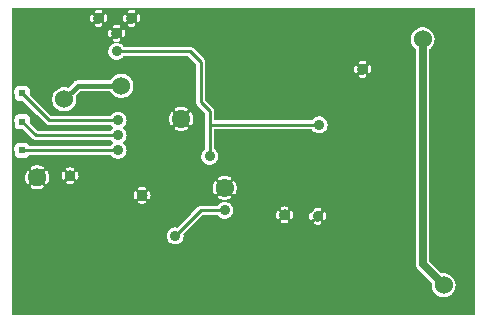
<source format=gbr>
G04 start of page 3 for group 1 idx 2 *
G04 Title: (unknown), bottom *
G04 Creator: pcb 20110918 *
G04 CreationDate: mar 22 dic 2015 20:03:52 GMT UTC *
G04 For: paolo *
G04 Format: Gerber/RS-274X *
G04 PCB-Dimensions: 155000 102500 *
G04 PCB-Coordinate-Origin: lower left *
%MOIN*%
%FSLAX25Y25*%
%LNBOTTOM*%
%ADD177C,0.0350*%
%ADD176C,0.0200*%
%ADD175C,0.0600*%
%ADD174C,0.0360*%
%ADD173R,0.0200X0.0200*%
%ADD172C,0.0160*%
%ADD171C,0.0250*%
%ADD170C,0.0100*%
%ADD169C,0.0001*%
G54D169*G36*
X140494Y102500D02*X154500D01*
Y0D01*
X140494D01*
Y8066D01*
X140754Y7642D01*
X141163Y7163D01*
X141642Y6754D01*
X142178Y6425D01*
X142760Y6184D01*
X143372Y6037D01*
X144000Y5988D01*
X144628Y6037D01*
X145240Y6184D01*
X145822Y6425D01*
X146358Y6754D01*
X146837Y7163D01*
X147246Y7642D01*
X147575Y8178D01*
X147816Y8760D01*
X147963Y9372D01*
X148000Y10000D01*
X147963Y10628D01*
X147816Y11240D01*
X147575Y11822D01*
X147246Y12358D01*
X146837Y12837D01*
X146358Y13246D01*
X145822Y13575D01*
X145240Y13816D01*
X144628Y13963D01*
X144000Y14012D01*
X143372Y13963D01*
X143249Y13933D01*
X140494Y16688D01*
Y90046D01*
X140575Y90178D01*
X140816Y90760D01*
X140963Y91372D01*
X141000Y92000D01*
X140963Y92628D01*
X140816Y93240D01*
X140575Y93822D01*
X140494Y93954D01*
Y102500D01*
G37*
G36*
Y16688D02*X139250Y17932D01*
Y88688D01*
X139358Y88754D01*
X139837Y89163D01*
X140246Y89642D01*
X140494Y90046D01*
Y16688D01*
G37*
G36*
X119230Y102500D02*X140494D01*
Y93954D01*
X140246Y94358D01*
X139837Y94837D01*
X139358Y95246D01*
X138822Y95575D01*
X138240Y95816D01*
X137628Y95963D01*
X137000Y96012D01*
X136372Y95963D01*
X135760Y95816D01*
X135178Y95575D01*
X134642Y95246D01*
X134163Y94837D01*
X133754Y94358D01*
X133425Y93822D01*
X133184Y93240D01*
X133037Y92628D01*
X132988Y92000D01*
X133037Y91372D01*
X133184Y90760D01*
X133425Y90178D01*
X133754Y89642D01*
X134163Y89163D01*
X134642Y88754D01*
X134750Y88688D01*
Y17088D01*
X134743Y17000D01*
X134771Y16647D01*
Y16647D01*
X134854Y16303D01*
X134989Y15975D01*
X135059Y15861D01*
X135174Y15673D01*
X135174Y15673D01*
X135404Y15404D01*
X135471Y15347D01*
X140067Y10751D01*
X140037Y10628D01*
X139988Y10000D01*
X140037Y9372D01*
X140184Y8760D01*
X140425Y8178D01*
X140494Y8066D01*
Y0D01*
X119230D01*
Y80714D01*
X119298Y80728D01*
X119371Y80755D01*
X119440Y80794D01*
X119502Y80843D01*
X119555Y80901D01*
X119598Y80966D01*
X119630Y81038D01*
X119706Y81271D01*
X119760Y81511D01*
X119792Y81755D01*
X119803Y82000D01*
X119792Y82245D01*
X119760Y82489D01*
X119706Y82729D01*
X119632Y82963D01*
X119600Y83035D01*
X119556Y83100D01*
X119503Y83159D01*
X119441Y83208D01*
X119372Y83246D01*
X119298Y83274D01*
X119230Y83288D01*
Y102500D01*
G37*
G36*
X117001D02*X119230D01*
Y83288D01*
X119221Y83290D01*
X119142Y83293D01*
X119063Y83284D01*
X118987Y83263D01*
X118915Y83230D01*
X118850Y83186D01*
X118791Y83133D01*
X118742Y83071D01*
X118704Y83002D01*
X118676Y82928D01*
X118660Y82851D01*
X118657Y82772D01*
X118666Y82693D01*
X118689Y82618D01*
X118738Y82468D01*
X118772Y82314D01*
X118793Y82158D01*
X118800Y82000D01*
X118793Y81842D01*
X118772Y81686D01*
X118738Y81532D01*
X118690Y81382D01*
X118668Y81306D01*
X118659Y81228D01*
X118662Y81150D01*
X118678Y81073D01*
X118705Y80999D01*
X118744Y80930D01*
X118793Y80869D01*
X118851Y80815D01*
X118916Y80772D01*
X118988Y80739D01*
X119064Y80718D01*
X119142Y80709D01*
X119220Y80712D01*
X119230Y80714D01*
Y0D01*
X117001D01*
Y79197D01*
X117245Y79208D01*
X117489Y79240D01*
X117729Y79294D01*
X117963Y79368D01*
X118035Y79400D01*
X118100Y79444D01*
X118159Y79497D01*
X118208Y79559D01*
X118246Y79628D01*
X118274Y79702D01*
X118290Y79779D01*
X118293Y79858D01*
X118284Y79937D01*
X118263Y80013D01*
X118230Y80085D01*
X118186Y80150D01*
X118133Y80209D01*
X118071Y80258D01*
X118002Y80296D01*
X117928Y80324D01*
X117851Y80340D01*
X117772Y80343D01*
X117693Y80334D01*
X117618Y80311D01*
X117468Y80262D01*
X117314Y80228D01*
X117158Y80207D01*
X117001Y80200D01*
Y83800D01*
X117158Y83793D01*
X117314Y83772D01*
X117468Y83738D01*
X117618Y83690D01*
X117694Y83668D01*
X117772Y83659D01*
X117850Y83662D01*
X117927Y83678D01*
X118001Y83705D01*
X118070Y83744D01*
X118131Y83793D01*
X118185Y83851D01*
X118228Y83916D01*
X118261Y83988D01*
X118282Y84064D01*
X118291Y84142D01*
X118288Y84220D01*
X118272Y84298D01*
X118245Y84371D01*
X118206Y84440D01*
X118157Y84502D01*
X118099Y84555D01*
X118034Y84598D01*
X117962Y84630D01*
X117729Y84706D01*
X117489Y84760D01*
X117245Y84792D01*
X117001Y84803D01*
Y102500D01*
G37*
G36*
X114770D02*X117001D01*
Y84803D01*
X117000Y84803D01*
X116755Y84792D01*
X116511Y84760D01*
X116271Y84706D01*
X116037Y84632D01*
X115965Y84600D01*
X115900Y84556D01*
X115841Y84503D01*
X115792Y84441D01*
X115754Y84372D01*
X115726Y84298D01*
X115710Y84221D01*
X115707Y84142D01*
X115716Y84063D01*
X115737Y83987D01*
X115770Y83915D01*
X115814Y83850D01*
X115867Y83791D01*
X115929Y83742D01*
X115998Y83704D01*
X116072Y83676D01*
X116149Y83660D01*
X116228Y83657D01*
X116307Y83666D01*
X116382Y83689D01*
X116532Y83738D01*
X116686Y83772D01*
X116842Y83793D01*
X117000Y83800D01*
X117001Y83800D01*
Y80200D01*
X117000Y80200D01*
X116842Y80207D01*
X116686Y80228D01*
X116532Y80262D01*
X116382Y80310D01*
X116306Y80332D01*
X116228Y80341D01*
X116150Y80338D01*
X116073Y80322D01*
X115999Y80295D01*
X115930Y80256D01*
X115869Y80207D01*
X115815Y80149D01*
X115772Y80084D01*
X115739Y80012D01*
X115718Y79936D01*
X115709Y79858D01*
X115712Y79780D01*
X115728Y79702D01*
X115755Y79629D01*
X115794Y79560D01*
X115843Y79498D01*
X115901Y79445D01*
X115966Y79402D01*
X116038Y79370D01*
X116271Y79294D01*
X116511Y79240D01*
X116755Y79208D01*
X117000Y79197D01*
X117001Y79197D01*
Y0D01*
X114770D01*
Y80712D01*
X114779Y80710D01*
X114858Y80707D01*
X114937Y80716D01*
X115013Y80737D01*
X115085Y80770D01*
X115150Y80814D01*
X115209Y80867D01*
X115258Y80929D01*
X115296Y80998D01*
X115324Y81072D01*
X115340Y81149D01*
X115343Y81228D01*
X115334Y81307D01*
X115311Y81382D01*
X115262Y81532D01*
X115228Y81686D01*
X115207Y81842D01*
X115200Y82000D01*
X115207Y82158D01*
X115228Y82314D01*
X115262Y82468D01*
X115310Y82618D01*
X115332Y82694D01*
X115341Y82772D01*
X115338Y82850D01*
X115322Y82927D01*
X115295Y83001D01*
X115256Y83070D01*
X115207Y83131D01*
X115149Y83185D01*
X115084Y83228D01*
X115012Y83261D01*
X114936Y83282D01*
X114858Y83291D01*
X114780Y83288D01*
X114770Y83286D01*
Y102500D01*
G37*
G36*
X104230D02*X114770D01*
Y83286D01*
X114702Y83272D01*
X114629Y83245D01*
X114560Y83206D01*
X114498Y83157D01*
X114445Y83099D01*
X114402Y83034D01*
X114370Y82962D01*
X114294Y82729D01*
X114240Y82489D01*
X114208Y82245D01*
X114197Y82000D01*
X114208Y81755D01*
X114240Y81511D01*
X114294Y81271D01*
X114368Y81037D01*
X114400Y80965D01*
X114444Y80900D01*
X114497Y80841D01*
X114559Y80792D01*
X114628Y80754D01*
X114702Y80726D01*
X114770Y80712D01*
Y0D01*
X104230D01*
Y31714D01*
X104298Y31728D01*
X104371Y31755D01*
X104440Y31794D01*
X104502Y31843D01*
X104555Y31901D01*
X104598Y31966D01*
X104630Y32038D01*
X104706Y32271D01*
X104760Y32511D01*
X104792Y32755D01*
X104803Y33000D01*
X104792Y33245D01*
X104760Y33489D01*
X104706Y33729D01*
X104632Y33963D01*
X104600Y34035D01*
X104556Y34100D01*
X104503Y34159D01*
X104441Y34208D01*
X104372Y34246D01*
X104298Y34274D01*
X104230Y34288D01*
Y61295D01*
X104486Y61514D01*
X104772Y61849D01*
X105003Y62225D01*
X105171Y62632D01*
X105274Y63061D01*
X105300Y63500D01*
X105274Y63939D01*
X105171Y64368D01*
X105003Y64775D01*
X104772Y65151D01*
X104486Y65486D01*
X104230Y65705D01*
Y102500D01*
G37*
G36*
X101351Y0D02*Y30276D01*
X101511Y30240D01*
X101755Y30208D01*
X102000Y30197D01*
X102245Y30208D01*
X102489Y30240D01*
X102729Y30294D01*
X102963Y30368D01*
X103035Y30400D01*
X103100Y30444D01*
X103159Y30497D01*
X103208Y30559D01*
X103246Y30628D01*
X103274Y30702D01*
X103290Y30779D01*
X103293Y30858D01*
X103284Y30937D01*
X103263Y31013D01*
X103230Y31085D01*
X103186Y31150D01*
X103133Y31209D01*
X103071Y31258D01*
X103002Y31296D01*
X102928Y31324D01*
X102851Y31340D01*
X102772Y31343D01*
X102693Y31334D01*
X102618Y31311D01*
X102468Y31262D01*
X102314Y31228D01*
X102158Y31207D01*
X102000Y31200D01*
X101842Y31207D01*
X101686Y31228D01*
X101532Y31262D01*
X101382Y31310D01*
X101351Y31319D01*
Y31645D01*
X101535Y31569D01*
X101765Y31514D01*
X102000Y31495D01*
X102235Y31514D01*
X102465Y31569D01*
X102683Y31659D01*
X102884Y31783D01*
X103064Y31936D01*
X103217Y32116D01*
X103341Y32317D01*
X103431Y32535D01*
X103486Y32765D01*
X103505Y33000D01*
X103486Y33235D01*
X103431Y33465D01*
X103341Y33683D01*
X103217Y33884D01*
X103061Y34061D01*
X102561Y34561D01*
X102384Y34717D01*
X102289Y34776D01*
X102314Y34772D01*
X102468Y34738D01*
X102618Y34690D01*
X102694Y34668D01*
X102772Y34659D01*
X102850Y34662D01*
X102927Y34678D01*
X103001Y34705D01*
X103070Y34744D01*
X103131Y34793D01*
X103185Y34851D01*
X103228Y34916D01*
X103261Y34988D01*
X103282Y35064D01*
X103291Y35142D01*
X103288Y35220D01*
X103272Y35298D01*
X103245Y35371D01*
X103206Y35440D01*
X103157Y35502D01*
X103099Y35555D01*
X103034Y35598D01*
X102962Y35630D01*
X102729Y35706D01*
X102489Y35760D01*
X102245Y35792D01*
X102000Y35803D01*
X101755Y35792D01*
X101511Y35760D01*
X101351Y35724D01*
Y60945D01*
X101632Y60829D01*
X102061Y60726D01*
X102500Y60691D01*
X102939Y60726D01*
X103368Y60829D01*
X103775Y60997D01*
X104151Y61228D01*
X104230Y61295D01*
Y34288D01*
X104221Y34290D01*
X104142Y34293D01*
X104063Y34284D01*
X103987Y34263D01*
X103915Y34230D01*
X103850Y34186D01*
X103791Y34133D01*
X103742Y34071D01*
X103704Y34002D01*
X103676Y33928D01*
X103660Y33851D01*
X103657Y33772D01*
X103666Y33693D01*
X103689Y33618D01*
X103738Y33468D01*
X103772Y33314D01*
X103793Y33158D01*
X103800Y33000D01*
X103793Y32842D01*
X103772Y32686D01*
X103738Y32532D01*
X103690Y32382D01*
X103668Y32306D01*
X103659Y32228D01*
X103662Y32150D01*
X103678Y32073D01*
X103705Y31999D01*
X103744Y31930D01*
X103793Y31869D01*
X103851Y31815D01*
X103916Y31772D01*
X103988Y31739D01*
X104064Y31718D01*
X104142Y31709D01*
X104220Y31712D01*
X104230Y31714D01*
Y0D01*
X101351D01*
G37*
G36*
Y102500D02*X104230D01*
Y65705D01*
X104151Y65772D01*
X103775Y66003D01*
X103368Y66171D01*
X102939Y66274D01*
X102500Y66309D01*
X102061Y66274D01*
X101632Y66171D01*
X101351Y66055D01*
Y102500D01*
G37*
G36*
X93230Y0D02*Y32214D01*
X93298Y32228D01*
X93371Y32255D01*
X93440Y32294D01*
X93502Y32343D01*
X93555Y32401D01*
X93598Y32466D01*
X93630Y32538D01*
X93706Y32771D01*
X93760Y33011D01*
X93792Y33255D01*
X93803Y33500D01*
X93792Y33745D01*
X93760Y33989D01*
X93706Y34229D01*
X93632Y34463D01*
X93600Y34535D01*
X93556Y34600D01*
X93503Y34659D01*
X93441Y34708D01*
X93372Y34746D01*
X93298Y34774D01*
X93230Y34788D01*
Y62000D01*
X100135D01*
X100228Y61849D01*
X100514Y61514D01*
X100849Y61228D01*
X101225Y60997D01*
X101351Y60945D01*
Y35724D01*
X101271Y35706D01*
X101037Y35632D01*
X100965Y35600D01*
X100900Y35556D01*
X100841Y35503D01*
X100792Y35441D01*
X100754Y35372D01*
X100726Y35298D01*
X100710Y35221D01*
X100707Y35142D01*
X100716Y35063D01*
X100737Y34987D01*
X100770Y34915D01*
X100814Y34850D01*
X100821Y34842D01*
X100817Y34841D01*
X100616Y34717D01*
X100436Y34564D01*
X100283Y34384D01*
X100159Y34183D01*
X100157Y34178D01*
X100149Y34185D01*
X100084Y34228D01*
X100012Y34261D01*
X99936Y34282D01*
X99858Y34291D01*
X99780Y34288D01*
X99702Y34272D01*
X99629Y34245D01*
X99560Y34206D01*
X99498Y34157D01*
X99445Y34099D01*
X99402Y34034D01*
X99370Y33962D01*
X99294Y33729D01*
X99240Y33489D01*
X99208Y33245D01*
X99197Y33000D01*
X99208Y32755D01*
X99240Y32511D01*
X99294Y32271D01*
X99368Y32037D01*
X99400Y31965D01*
X99444Y31900D01*
X99497Y31841D01*
X99559Y31792D01*
X99628Y31754D01*
X99702Y31726D01*
X99779Y31710D01*
X99858Y31707D01*
X99937Y31716D01*
X100013Y31737D01*
X100085Y31770D01*
X100150Y31814D01*
X100209Y31867D01*
X100258Y31929D01*
X100296Y31998D01*
X100324Y32072D01*
X100340Y32149D01*
X100343Y32228D01*
X100334Y32307D01*
X100311Y32382D01*
X100262Y32532D01*
X100228Y32686D01*
X100224Y32711D01*
X100283Y32616D01*
X100439Y32439D01*
X100939Y31939D01*
X101116Y31783D01*
X101317Y31659D01*
X101351Y31645D01*
Y31319D01*
X101306Y31332D01*
X101228Y31341D01*
X101150Y31338D01*
X101073Y31322D01*
X100999Y31295D01*
X100930Y31256D01*
X100869Y31207D01*
X100815Y31149D01*
X100772Y31084D01*
X100739Y31012D01*
X100718Y30936D01*
X100709Y30858D01*
X100712Y30780D01*
X100728Y30702D01*
X100755Y30629D01*
X100794Y30560D01*
X100843Y30498D01*
X100901Y30445D01*
X100966Y30402D01*
X101038Y30370D01*
X101271Y30294D01*
X101351Y30276D01*
Y0D01*
X93230D01*
G37*
G36*
X91001D02*Y30697D01*
X91245Y30708D01*
X91489Y30740D01*
X91729Y30794D01*
X91963Y30868D01*
X92035Y30900D01*
X92100Y30944D01*
X92159Y30997D01*
X92208Y31059D01*
X92246Y31128D01*
X92274Y31202D01*
X92290Y31279D01*
X92293Y31358D01*
X92284Y31437D01*
X92263Y31513D01*
X92230Y31585D01*
X92186Y31650D01*
X92133Y31709D01*
X92071Y31758D01*
X92002Y31796D01*
X91928Y31824D01*
X91851Y31840D01*
X91772Y31843D01*
X91693Y31834D01*
X91618Y31811D01*
X91468Y31762D01*
X91314Y31728D01*
X91158Y31707D01*
X91001Y31700D01*
Y35300D01*
X91158Y35293D01*
X91314Y35272D01*
X91468Y35238D01*
X91618Y35190D01*
X91694Y35168D01*
X91772Y35159D01*
X91850Y35162D01*
X91927Y35178D01*
X92001Y35205D01*
X92070Y35244D01*
X92131Y35293D01*
X92185Y35351D01*
X92228Y35416D01*
X92261Y35488D01*
X92282Y35564D01*
X92291Y35642D01*
X92288Y35720D01*
X92272Y35798D01*
X92245Y35871D01*
X92206Y35940D01*
X92157Y36002D01*
X92099Y36055D01*
X92034Y36098D01*
X91962Y36130D01*
X91729Y36206D01*
X91489Y36260D01*
X91245Y36292D01*
X91001Y36303D01*
Y62000D01*
X93230D01*
Y34788D01*
X93221Y34790D01*
X93142Y34793D01*
X93063Y34784D01*
X92987Y34763D01*
X92915Y34730D01*
X92850Y34686D01*
X92791Y34633D01*
X92742Y34571D01*
X92704Y34502D01*
X92676Y34428D01*
X92660Y34351D01*
X92657Y34272D01*
X92666Y34193D01*
X92689Y34118D01*
X92738Y33968D01*
X92772Y33814D01*
X92793Y33658D01*
X92800Y33500D01*
X92793Y33342D01*
X92772Y33186D01*
X92738Y33032D01*
X92690Y32882D01*
X92668Y32806D01*
X92659Y32728D01*
X92662Y32650D01*
X92678Y32573D01*
X92705Y32499D01*
X92744Y32430D01*
X92793Y32369D01*
X92851Y32315D01*
X92916Y32272D01*
X92988Y32239D01*
X93064Y32218D01*
X93142Y32209D01*
X93220Y32212D01*
X93230Y32214D01*
Y0D01*
X91001D01*
G37*
G36*
X88770D02*Y32212D01*
X88779Y32210D01*
X88858Y32207D01*
X88937Y32216D01*
X89013Y32237D01*
X89085Y32270D01*
X89150Y32314D01*
X89209Y32367D01*
X89258Y32429D01*
X89296Y32498D01*
X89324Y32572D01*
X89340Y32649D01*
X89343Y32728D01*
X89334Y32807D01*
X89311Y32882D01*
X89262Y33032D01*
X89228Y33186D01*
X89207Y33342D01*
X89200Y33500D01*
X89207Y33658D01*
X89228Y33814D01*
X89262Y33968D01*
X89310Y34118D01*
X89332Y34194D01*
X89341Y34272D01*
X89338Y34350D01*
X89322Y34427D01*
X89295Y34501D01*
X89256Y34570D01*
X89207Y34631D01*
X89149Y34685D01*
X89084Y34728D01*
X89012Y34761D01*
X88936Y34782D01*
X88858Y34791D01*
X88780Y34788D01*
X88770Y34786D01*
Y62000D01*
X91001D01*
Y36303D01*
X91000Y36303D01*
X90755Y36292D01*
X90511Y36260D01*
X90271Y36206D01*
X90037Y36132D01*
X89965Y36100D01*
X89900Y36056D01*
X89841Y36003D01*
X89792Y35941D01*
X89754Y35872D01*
X89726Y35798D01*
X89710Y35721D01*
X89707Y35642D01*
X89716Y35563D01*
X89737Y35487D01*
X89770Y35415D01*
X89814Y35350D01*
X89867Y35291D01*
X89929Y35242D01*
X89998Y35204D01*
X90072Y35176D01*
X90149Y35160D01*
X90228Y35157D01*
X90307Y35166D01*
X90382Y35189D01*
X90532Y35238D01*
X90686Y35272D01*
X90842Y35293D01*
X91000Y35300D01*
X91001Y35300D01*
Y31700D01*
X91000Y31700D01*
X90842Y31707D01*
X90686Y31728D01*
X90532Y31762D01*
X90382Y31810D01*
X90306Y31832D01*
X90228Y31841D01*
X90150Y31838D01*
X90073Y31822D01*
X89999Y31795D01*
X89930Y31756D01*
X89869Y31707D01*
X89815Y31649D01*
X89772Y31584D01*
X89739Y31512D01*
X89718Y31436D01*
X89709Y31358D01*
X89712Y31280D01*
X89728Y31202D01*
X89755Y31129D01*
X89794Y31060D01*
X89843Y30998D01*
X89901Y30945D01*
X89966Y30902D01*
X90038Y30870D01*
X90271Y30794D01*
X90511Y30740D01*
X90755Y30708D01*
X91000Y30697D01*
X91001Y30697D01*
Y0D01*
X88770D01*
G37*
G36*
X74284D02*Y40369D01*
X74287Y40370D01*
X74355Y40409D01*
X74416Y40458D01*
X74469Y40517D01*
X74511Y40583D01*
X74674Y40908D01*
X74803Y41248D01*
X74901Y41598D01*
X74967Y41956D01*
X75000Y42318D01*
Y42682D01*
X74967Y43044D01*
X74901Y43402D01*
X74803Y43752D01*
X74674Y44092D01*
X74515Y44419D01*
X74472Y44485D01*
X74419Y44544D01*
X74357Y44594D01*
X74288Y44633D01*
X74284Y44635D01*
Y62000D01*
X88770D01*
Y34786D01*
X88702Y34772D01*
X88629Y34745D01*
X88560Y34706D01*
X88498Y34657D01*
X88445Y34599D01*
X88402Y34534D01*
X88370Y34462D01*
X88294Y34229D01*
X88240Y33989D01*
X88208Y33745D01*
X88197Y33500D01*
X88208Y33255D01*
X88240Y33011D01*
X88294Y32771D01*
X88368Y32537D01*
X88400Y32465D01*
X88444Y32400D01*
X88497Y32341D01*
X88559Y32292D01*
X88628Y32254D01*
X88702Y32226D01*
X88770Y32212D01*
Y0D01*
X74284D01*
G37*
G36*
X71002D02*Y32191D01*
X71439Y32226D01*
X71868Y32329D01*
X72275Y32497D01*
X72651Y32728D01*
X72986Y33014D01*
X73272Y33349D01*
X73503Y33725D01*
X73671Y34132D01*
X73774Y34561D01*
X73800Y35000D01*
X73774Y35439D01*
X73671Y35868D01*
X73503Y36275D01*
X73272Y36651D01*
X72986Y36986D01*
X72651Y37272D01*
X72275Y37503D01*
X71868Y37671D01*
X71439Y37774D01*
X71002Y37809D01*
Y38500D01*
X71182D01*
X71544Y38533D01*
X71902Y38599D01*
X72252Y38697D01*
X72592Y38826D01*
X72919Y38985D01*
X72985Y39028D01*
X73044Y39081D01*
X73094Y39143D01*
X73133Y39212D01*
X73161Y39286D01*
X73177Y39363D01*
X73181Y39442D01*
X73173Y39521D01*
X73152Y39597D01*
X73120Y39670D01*
X73077Y39736D01*
X73024Y39795D01*
X72962Y39844D01*
X72893Y39884D01*
X72819Y39912D01*
X72742Y39928D01*
X72663Y39932D01*
X72584Y39924D01*
X72507Y39903D01*
X72436Y39870D01*
X72193Y39747D01*
X71938Y39650D01*
X71676Y39577D01*
X71408Y39528D01*
X71136Y39503D01*
X71002D01*
Y45497D01*
X71136D01*
X71408Y45472D01*
X71676Y45423D01*
X71938Y45350D01*
X72193Y45253D01*
X72437Y45133D01*
X72509Y45100D01*
X72584Y45079D01*
X72663Y45071D01*
X72741Y45075D01*
X72818Y45091D01*
X72892Y45119D01*
X72960Y45158D01*
X73021Y45207D01*
X73074Y45266D01*
X73117Y45332D01*
X73149Y45404D01*
X73170Y45480D01*
X73178Y45558D01*
X73174Y45636D01*
X73158Y45713D01*
X73130Y45787D01*
X73091Y45855D01*
X73042Y45916D01*
X72983Y45969D01*
X72917Y46011D01*
X72592Y46174D01*
X72252Y46303D01*
X71902Y46401D01*
X71544Y46467D01*
X71182Y46500D01*
X71002D01*
Y62000D01*
X74284D01*
Y44635D01*
X74214Y44661D01*
X74137Y44677D01*
X74058Y44681D01*
X73979Y44673D01*
X73903Y44652D01*
X73830Y44620D01*
X73764Y44577D01*
X73705Y44524D01*
X73656Y44462D01*
X73616Y44393D01*
X73588Y44319D01*
X73572Y44242D01*
X73568Y44163D01*
X73576Y44084D01*
X73597Y44007D01*
X73630Y43936D01*
X73753Y43693D01*
X73850Y43438D01*
X73923Y43176D01*
X73972Y42908D01*
X73997Y42636D01*
Y42364D01*
X73972Y42092D01*
X73923Y41824D01*
X73850Y41562D01*
X73753Y41307D01*
X73633Y41063D01*
X73600Y40991D01*
X73579Y40916D01*
X73571Y40837D01*
X73575Y40759D01*
X73591Y40682D01*
X73619Y40608D01*
X73658Y40540D01*
X73707Y40479D01*
X73766Y40426D01*
X73832Y40383D01*
X73904Y40351D01*
X73980Y40330D01*
X74058Y40322D01*
X74136Y40326D01*
X74213Y40342D01*
X74284Y40369D01*
Y0D01*
X71002D01*
G37*
G36*
Y37809D02*X71000Y37809D01*
X70561Y37774D01*
X70132Y37671D01*
X69725Y37503D01*
X69349Y37272D01*
X69014Y36986D01*
X68746Y36672D01*
Y52442D01*
X68774Y52561D01*
X68800Y53000D01*
X68774Y53439D01*
X68746Y53558D01*
Y62000D01*
X71002D01*
Y46500D01*
X70818D01*
X70456Y46467D01*
X70098Y46401D01*
X69748Y46303D01*
X69408Y46174D01*
X69081Y46015D01*
X69015Y45972D01*
X68956Y45919D01*
X68906Y45857D01*
X68867Y45788D01*
X68839Y45714D01*
X68823Y45637D01*
X68819Y45558D01*
X68827Y45479D01*
X68848Y45403D01*
X68880Y45330D01*
X68923Y45264D01*
X68976Y45205D01*
X69038Y45156D01*
X69107Y45116D01*
X69181Y45088D01*
X69258Y45072D01*
X69337Y45068D01*
X69416Y45076D01*
X69493Y45097D01*
X69564Y45130D01*
X69807Y45253D01*
X70062Y45350D01*
X70324Y45423D01*
X70592Y45472D01*
X70864Y45497D01*
X71002D01*
Y39503D01*
X70864D01*
X70592Y39528D01*
X70324Y39577D01*
X70062Y39650D01*
X69807Y39747D01*
X69563Y39867D01*
X69491Y39900D01*
X69415Y39921D01*
X69337Y39929D01*
X69259Y39925D01*
X69182Y39909D01*
X69108Y39881D01*
X69040Y39842D01*
X68979Y39793D01*
X68926Y39734D01*
X68883Y39668D01*
X68851Y39596D01*
X68830Y39520D01*
X68822Y39442D01*
X68826Y39364D01*
X68842Y39287D01*
X68870Y39213D01*
X68909Y39145D01*
X68958Y39084D01*
X69017Y39031D01*
X69083Y38989D01*
X69408Y38826D01*
X69748Y38697D01*
X70098Y38599D01*
X70456Y38533D01*
X70818Y38500D01*
X71002D01*
Y37809D01*
G37*
G36*
X68746Y0D02*Y33328D01*
X69014Y33014D01*
X69349Y32728D01*
X69725Y32497D01*
X70132Y32329D01*
X70561Y32226D01*
X71000Y32191D01*
X71002Y32191D01*
Y0D01*
X68746D01*
G37*
G36*
Y102500D02*X101351D01*
Y66055D01*
X101225Y66003D01*
X100849Y65772D01*
X100514Y65486D01*
X100228Y65151D01*
X100135Y65000D01*
X68746D01*
Y102500D01*
G37*
G36*
Y53558D02*X68671Y53868D01*
X68503Y54275D01*
X68272Y54651D01*
X67986Y54986D01*
X67651Y55272D01*
X67500Y55365D01*
Y62000D01*
X68746D01*
Y53558D01*
G37*
G36*
X29001Y58500D02*X33135D01*
X33228Y58349D01*
X33514Y58014D01*
X33849Y57728D01*
X34221Y57500D01*
X33849Y57272D01*
X33514Y56986D01*
X33228Y56651D01*
X33135Y56500D01*
X29001D01*
Y58500D01*
G37*
G36*
Y63500D02*X33135D01*
X33228Y63349D01*
X33514Y63014D01*
X33849Y62728D01*
X34221Y62500D01*
X33849Y62272D01*
X33514Y61986D01*
X33228Y61651D01*
X33135Y61500D01*
X29001D01*
Y63500D01*
G37*
G36*
X56375Y24419D02*X56486Y24514D01*
X56772Y24849D01*
X57003Y25225D01*
X57171Y25632D01*
X57274Y26061D01*
X57300Y26500D01*
X57274Y26939D01*
X57233Y27111D01*
X63621Y33500D01*
X68635D01*
X68728Y33349D01*
X68746Y33328D01*
Y0D01*
X56375D01*
Y24419D01*
G37*
G36*
X67716Y50784D02*X67986Y51014D01*
X68272Y51349D01*
X68503Y51725D01*
X68671Y52132D01*
X68746Y52442D01*
Y36672D01*
X68728Y36651D01*
X68635Y36500D01*
X67716D01*
Y40365D01*
X67786Y40339D01*
X67863Y40323D01*
X67942Y40319D01*
X68021Y40327D01*
X68097Y40348D01*
X68170Y40380D01*
X68236Y40423D01*
X68295Y40476D01*
X68344Y40538D01*
X68384Y40607D01*
X68412Y40681D01*
X68428Y40758D01*
X68432Y40837D01*
X68424Y40916D01*
X68403Y40993D01*
X68370Y41064D01*
X68247Y41307D01*
X68150Y41562D01*
X68077Y41824D01*
X68028Y42092D01*
X68003Y42364D01*
Y42636D01*
X68028Y42908D01*
X68077Y43176D01*
X68150Y43438D01*
X68247Y43693D01*
X68367Y43937D01*
X68400Y44009D01*
X68421Y44085D01*
X68429Y44163D01*
X68425Y44241D01*
X68409Y44318D01*
X68381Y44392D01*
X68342Y44460D01*
X68293Y44521D01*
X68234Y44574D01*
X68168Y44617D01*
X68096Y44649D01*
X68020Y44670D01*
X67942Y44678D01*
X67864Y44674D01*
X67787Y44658D01*
X67716Y44631D01*
Y50784D01*
G37*
G36*
X59784Y85595D02*X61500Y83879D01*
Y71059D01*
X61495Y71000D01*
X61514Y70765D01*
X61569Y70535D01*
X61659Y70317D01*
X61783Y70116D01*
X61783Y70115D01*
X61936Y69936D01*
X61981Y69898D01*
X64500Y67379D01*
Y64059D01*
X64495Y64000D01*
X64500Y63941D01*
Y63059D01*
X64495Y63000D01*
X64500Y62941D01*
Y62500D01*
X64500Y62500D01*
Y55365D01*
X64349Y55272D01*
X64014Y54986D01*
X63728Y54651D01*
X63497Y54275D01*
X63329Y53868D01*
X63226Y53439D01*
X63191Y53000D01*
X63226Y52561D01*
X63329Y52132D01*
X63497Y51725D01*
X63728Y51349D01*
X64014Y51014D01*
X64349Y50728D01*
X64725Y50497D01*
X65132Y50329D01*
X65561Y50226D01*
X66000Y50191D01*
X66439Y50226D01*
X66868Y50329D01*
X67275Y50497D01*
X67651Y50728D01*
X67716Y50784D01*
Y44631D01*
X67713Y44630D01*
X67645Y44591D01*
X67584Y44542D01*
X67531Y44483D01*
X67489Y44417D01*
X67326Y44092D01*
X67197Y43752D01*
X67099Y43402D01*
X67033Y43044D01*
X67000Y42682D01*
Y42318D01*
X67033Y41956D01*
X67099Y41598D01*
X67197Y41248D01*
X67326Y40908D01*
X67485Y40581D01*
X67528Y40515D01*
X67581Y40456D01*
X67643Y40406D01*
X67712Y40367D01*
X67716Y40365D01*
Y36500D01*
X63059D01*
X63000Y36505D01*
X62765Y36486D01*
X62535Y36431D01*
X62317Y36341D01*
X62116Y36217D01*
X62115Y36217D01*
X61936Y36064D01*
X61898Y36019D01*
X59784Y33905D01*
Y63369D01*
X59787Y63370D01*
X59855Y63409D01*
X59916Y63458D01*
X59969Y63517D01*
X60011Y63583D01*
X60174Y63908D01*
X60303Y64248D01*
X60401Y64598D01*
X60467Y64956D01*
X60500Y65318D01*
Y65682D01*
X60467Y66044D01*
X60401Y66402D01*
X60303Y66752D01*
X60174Y67092D01*
X60015Y67419D01*
X59972Y67485D01*
X59919Y67544D01*
X59857Y67594D01*
X59788Y67633D01*
X59784Y67635D01*
Y85595D01*
G37*
G36*
X56375Y86500D02*X58879D01*
X59784Y85595D01*
Y67635D01*
X59714Y67661D01*
X59637Y67677D01*
X59558Y67681D01*
X59479Y67673D01*
X59403Y67652D01*
X59330Y67620D01*
X59264Y67577D01*
X59205Y67524D01*
X59156Y67462D01*
X59116Y67393D01*
X59088Y67319D01*
X59072Y67242D01*
X59068Y67163D01*
X59076Y67084D01*
X59097Y67007D01*
X59130Y66936D01*
X59253Y66693D01*
X59350Y66438D01*
X59423Y66176D01*
X59472Y65908D01*
X59497Y65636D01*
Y65364D01*
X59472Y65092D01*
X59423Y64824D01*
X59350Y64562D01*
X59253Y64307D01*
X59133Y64063D01*
X59100Y63991D01*
X59079Y63916D01*
X59071Y63837D01*
X59075Y63759D01*
X59091Y63682D01*
X59119Y63608D01*
X59158Y63540D01*
X59207Y63479D01*
X59266Y63426D01*
X59332Y63383D01*
X59404Y63351D01*
X59480Y63330D01*
X59558Y63322D01*
X59636Y63326D01*
X59713Y63342D01*
X59784Y63369D01*
Y33905D01*
X56375Y30496D01*
Y61500D01*
X56682D01*
X57044Y61533D01*
X57402Y61599D01*
X57752Y61697D01*
X58092Y61826D01*
X58419Y61985D01*
X58485Y62028D01*
X58544Y62081D01*
X58594Y62143D01*
X58633Y62212D01*
X58661Y62286D01*
X58677Y62363D01*
X58681Y62442D01*
X58673Y62521D01*
X58652Y62597D01*
X58620Y62670D01*
X58577Y62736D01*
X58524Y62795D01*
X58462Y62844D01*
X58393Y62884D01*
X58319Y62912D01*
X58242Y62928D01*
X58163Y62932D01*
X58084Y62924D01*
X58007Y62903D01*
X57936Y62870D01*
X57693Y62747D01*
X57438Y62650D01*
X57176Y62577D01*
X56908Y62528D01*
X56636Y62503D01*
X56375D01*
Y63003D01*
X56603Y63021D01*
X56947Y63104D01*
X57275Y63239D01*
X57577Y63424D01*
X57841Y63659D01*
X58091Y63909D01*
X58326Y64173D01*
X58511Y64475D01*
X58646Y64803D01*
X58729Y65147D01*
X58757Y65500D01*
X58729Y65853D01*
X58646Y66197D01*
X58511Y66525D01*
X58326Y66827D01*
X58096Y67096D01*
X57827Y67326D01*
X57525Y67511D01*
X57197Y67646D01*
X56853Y67729D01*
X56500Y67757D01*
X56375Y67747D01*
Y68497D01*
X56636D01*
X56908Y68472D01*
X57176Y68423D01*
X57438Y68350D01*
X57693Y68253D01*
X57937Y68133D01*
X58009Y68100D01*
X58084Y68079D01*
X58163Y68071D01*
X58241Y68075D01*
X58318Y68091D01*
X58392Y68119D01*
X58460Y68158D01*
X58521Y68207D01*
X58574Y68266D01*
X58617Y68332D01*
X58649Y68404D01*
X58670Y68480D01*
X58678Y68558D01*
X58674Y68636D01*
X58658Y68713D01*
X58630Y68787D01*
X58591Y68855D01*
X58542Y68916D01*
X58483Y68969D01*
X58417Y69011D01*
X58092Y69174D01*
X57752Y69303D01*
X57402Y69401D01*
X57044Y69467D01*
X56682Y69500D01*
X56375D01*
Y86500D01*
G37*
G36*
X53216Y24003D02*X53225Y23997D01*
X53632Y23829D01*
X54061Y23726D01*
X54500Y23691D01*
X54939Y23726D01*
X55368Y23829D01*
X55775Y23997D01*
X56151Y24228D01*
X56375Y24419D01*
Y0D01*
X53216D01*
Y24003D01*
G37*
G36*
Y86500D02*X56375D01*
Y69500D01*
X56318D01*
X55956Y69467D01*
X55598Y69401D01*
X55248Y69303D01*
X54908Y69174D01*
X54581Y69015D01*
X54515Y68972D01*
X54456Y68919D01*
X54406Y68857D01*
X54367Y68788D01*
X54339Y68714D01*
X54323Y68637D01*
X54319Y68558D01*
X54327Y68479D01*
X54348Y68403D01*
X54380Y68330D01*
X54423Y68264D01*
X54476Y68205D01*
X54538Y68156D01*
X54607Y68116D01*
X54681Y68088D01*
X54758Y68072D01*
X54837Y68068D01*
X54916Y68076D01*
X54993Y68097D01*
X55064Y68130D01*
X55307Y68253D01*
X55562Y68350D01*
X55824Y68423D01*
X56092Y68472D01*
X56364Y68497D01*
X56375D01*
Y67747D01*
X56147Y67729D01*
X55803Y67646D01*
X55475Y67511D01*
X55173Y67326D01*
X54909Y67091D01*
X54659Y66841D01*
X54424Y66577D01*
X54239Y66275D01*
X54104Y65947D01*
X54021Y65603D01*
X53993Y65250D01*
X54021Y64897D01*
X54104Y64553D01*
X54239Y64225D01*
X54424Y63923D01*
X54654Y63654D01*
X54923Y63424D01*
X55225Y63239D01*
X55553Y63104D01*
X55897Y63021D01*
X56250Y62993D01*
X56375Y63003D01*
Y62503D01*
X56364D01*
X56092Y62528D01*
X55824Y62577D01*
X55562Y62650D01*
X55307Y62747D01*
X55063Y62867D01*
X54991Y62900D01*
X54915Y62921D01*
X54837Y62929D01*
X54759Y62925D01*
X54682Y62909D01*
X54608Y62881D01*
X54540Y62842D01*
X54479Y62793D01*
X54426Y62734D01*
X54383Y62668D01*
X54351Y62596D01*
X54330Y62520D01*
X54322Y62442D01*
X54326Y62364D01*
X54342Y62287D01*
X54370Y62213D01*
X54409Y62145D01*
X54458Y62084D01*
X54517Y62031D01*
X54583Y61989D01*
X54908Y61826D01*
X55248Y61697D01*
X55598Y61599D01*
X55956Y61533D01*
X56318Y61500D01*
X56375D01*
Y30496D01*
X55111Y29233D01*
X54939Y29274D01*
X54500Y29309D01*
X54061Y29274D01*
X53632Y29171D01*
X53225Y29003D01*
X53216Y28997D01*
Y63365D01*
X53286Y63339D01*
X53363Y63323D01*
X53442Y63319D01*
X53521Y63327D01*
X53597Y63348D01*
X53670Y63380D01*
X53736Y63423D01*
X53795Y63476D01*
X53844Y63538D01*
X53884Y63607D01*
X53912Y63681D01*
X53928Y63758D01*
X53932Y63837D01*
X53924Y63916D01*
X53903Y63993D01*
X53870Y64064D01*
X53747Y64307D01*
X53650Y64562D01*
X53577Y64824D01*
X53528Y65092D01*
X53503Y65364D01*
Y65636D01*
X53528Y65908D01*
X53577Y66176D01*
X53650Y66438D01*
X53747Y66693D01*
X53867Y66937D01*
X53900Y67009D01*
X53921Y67085D01*
X53929Y67163D01*
X53925Y67241D01*
X53909Y67318D01*
X53881Y67392D01*
X53842Y67460D01*
X53793Y67521D01*
X53734Y67574D01*
X53668Y67617D01*
X53596Y67649D01*
X53520Y67670D01*
X53442Y67678D01*
X53364Y67674D01*
X53287Y67658D01*
X53216Y67631D01*
Y86500D01*
G37*
G36*
X45730D02*X53216D01*
Y67631D01*
X53213Y67630D01*
X53145Y67591D01*
X53084Y67542D01*
X53031Y67483D01*
X52989Y67417D01*
X52826Y67092D01*
X52697Y66752D01*
X52599Y66402D01*
X52533Y66044D01*
X52500Y65682D01*
Y65318D01*
X52533Y64956D01*
X52599Y64598D01*
X52697Y64248D01*
X52826Y63908D01*
X52985Y63581D01*
X53028Y63515D01*
X53081Y63456D01*
X53143Y63406D01*
X53212Y63367D01*
X53216Y63365D01*
Y28997D01*
X52849Y28772D01*
X52514Y28486D01*
X52228Y28151D01*
X51997Y27775D01*
X51829Y27368D01*
X51726Y26939D01*
X51691Y26500D01*
X51726Y26061D01*
X51829Y25632D01*
X51997Y25225D01*
X52228Y24849D01*
X52514Y24514D01*
X52849Y24228D01*
X53216Y24003D01*
Y0D01*
X45730D01*
Y38714D01*
X45798Y38728D01*
X45871Y38755D01*
X45940Y38794D01*
X46002Y38843D01*
X46055Y38901D01*
X46098Y38966D01*
X46130Y39038D01*
X46206Y39271D01*
X46260Y39511D01*
X46292Y39755D01*
X46303Y40000D01*
X46292Y40245D01*
X46260Y40489D01*
X46206Y40729D01*
X46132Y40963D01*
X46100Y41035D01*
X46056Y41100D01*
X46003Y41159D01*
X45941Y41208D01*
X45872Y41246D01*
X45798Y41274D01*
X45730Y41288D01*
Y86500D01*
G37*
G36*
X43501D02*X45730D01*
Y41288D01*
X45721Y41290D01*
X45642Y41293D01*
X45563Y41284D01*
X45487Y41263D01*
X45415Y41230D01*
X45350Y41186D01*
X45291Y41133D01*
X45242Y41071D01*
X45204Y41002D01*
X45176Y40928D01*
X45160Y40851D01*
X45157Y40772D01*
X45166Y40693D01*
X45189Y40618D01*
X45238Y40468D01*
X45272Y40314D01*
X45293Y40158D01*
X45300Y40000D01*
X45293Y39842D01*
X45272Y39686D01*
X45238Y39532D01*
X45190Y39382D01*
X45168Y39306D01*
X45159Y39228D01*
X45162Y39150D01*
X45178Y39073D01*
X45205Y38999D01*
X45244Y38930D01*
X45293Y38869D01*
X45351Y38815D01*
X45416Y38772D01*
X45488Y38739D01*
X45564Y38718D01*
X45642Y38709D01*
X45720Y38712D01*
X45730Y38714D01*
Y0D01*
X43501D01*
Y37197D01*
X43745Y37208D01*
X43989Y37240D01*
X44229Y37294D01*
X44463Y37368D01*
X44535Y37400D01*
X44600Y37444D01*
X44659Y37497D01*
X44708Y37559D01*
X44746Y37628D01*
X44774Y37702D01*
X44790Y37779D01*
X44793Y37858D01*
X44784Y37937D01*
X44763Y38013D01*
X44730Y38085D01*
X44686Y38150D01*
X44633Y38209D01*
X44571Y38258D01*
X44502Y38296D01*
X44428Y38324D01*
X44351Y38340D01*
X44272Y38343D01*
X44193Y38334D01*
X44118Y38311D01*
X43968Y38262D01*
X43814Y38228D01*
X43658Y38207D01*
X43501Y38200D01*
Y41800D01*
X43658Y41793D01*
X43814Y41772D01*
X43968Y41738D01*
X44118Y41690D01*
X44194Y41668D01*
X44272Y41659D01*
X44350Y41662D01*
X44427Y41678D01*
X44501Y41705D01*
X44570Y41744D01*
X44631Y41793D01*
X44685Y41851D01*
X44728Y41916D01*
X44761Y41988D01*
X44782Y42064D01*
X44791Y42142D01*
X44788Y42220D01*
X44772Y42298D01*
X44745Y42371D01*
X44706Y42440D01*
X44657Y42502D01*
X44599Y42555D01*
X44534Y42598D01*
X44462Y42630D01*
X44229Y42706D01*
X43989Y42760D01*
X43745Y42792D01*
X43501Y42803D01*
Y86500D01*
G37*
G36*
X41270D02*X43501D01*
Y42803D01*
X43500Y42803D01*
X43255Y42792D01*
X43011Y42760D01*
X42771Y42706D01*
X42537Y42632D01*
X42465Y42600D01*
X42400Y42556D01*
X42341Y42503D01*
X42292Y42441D01*
X42254Y42372D01*
X42226Y42298D01*
X42210Y42221D01*
X42207Y42142D01*
X42216Y42063D01*
X42237Y41987D01*
X42270Y41915D01*
X42314Y41850D01*
X42367Y41791D01*
X42429Y41742D01*
X42498Y41704D01*
X42572Y41676D01*
X42649Y41660D01*
X42728Y41657D01*
X42807Y41666D01*
X42882Y41689D01*
X43032Y41738D01*
X43186Y41772D01*
X43342Y41793D01*
X43500Y41800D01*
X43501Y41800D01*
Y38200D01*
X43500Y38200D01*
X43342Y38207D01*
X43186Y38228D01*
X43032Y38262D01*
X42882Y38310D01*
X42806Y38332D01*
X42728Y38341D01*
X42650Y38338D01*
X42573Y38322D01*
X42499Y38295D01*
X42430Y38256D01*
X42369Y38207D01*
X42315Y38149D01*
X42272Y38084D01*
X42239Y38012D01*
X42218Y37936D01*
X42209Y37858D01*
X42212Y37780D01*
X42228Y37702D01*
X42255Y37629D01*
X42294Y37560D01*
X42343Y37498D01*
X42401Y37445D01*
X42466Y37402D01*
X42538Y37370D01*
X42771Y37294D01*
X43011Y37240D01*
X43255Y37208D01*
X43500Y37197D01*
X43501Y37197D01*
Y0D01*
X41270D01*
Y38712D01*
X41279Y38710D01*
X41358Y38707D01*
X41437Y38716D01*
X41513Y38737D01*
X41585Y38770D01*
X41650Y38814D01*
X41709Y38867D01*
X41758Y38929D01*
X41796Y38998D01*
X41824Y39072D01*
X41840Y39149D01*
X41843Y39228D01*
X41834Y39307D01*
X41811Y39382D01*
X41762Y39532D01*
X41728Y39686D01*
X41707Y39842D01*
X41700Y40000D01*
X41707Y40158D01*
X41728Y40314D01*
X41762Y40468D01*
X41810Y40618D01*
X41832Y40694D01*
X41841Y40772D01*
X41838Y40850D01*
X41822Y40927D01*
X41795Y41001D01*
X41756Y41070D01*
X41707Y41131D01*
X41649Y41185D01*
X41584Y41228D01*
X41512Y41261D01*
X41436Y41282D01*
X41358Y41291D01*
X41280Y41288D01*
X41270Y41286D01*
Y86500D01*
G37*
G36*
X40001D02*X41270D01*
Y41286D01*
X41202Y41272D01*
X41129Y41245D01*
X41060Y41206D01*
X40998Y41157D01*
X40945Y41099D01*
X40902Y41034D01*
X40870Y40962D01*
X40794Y40729D01*
X40740Y40489D01*
X40708Y40245D01*
X40697Y40000D01*
X40708Y39755D01*
X40740Y39511D01*
X40794Y39271D01*
X40868Y39037D01*
X40900Y38965D01*
X40944Y38900D01*
X40997Y38841D01*
X41059Y38792D01*
X41128Y38754D01*
X41202Y38726D01*
X41270Y38712D01*
Y0D01*
X40001D01*
Y74557D01*
X40075Y74678D01*
X40316Y75260D01*
X40463Y75872D01*
X40500Y76500D01*
X40463Y77128D01*
X40316Y77740D01*
X40075Y78322D01*
X40001Y78443D01*
Y86500D01*
G37*
G36*
X42230Y102500D02*X68746D01*
Y65000D01*
X67500D01*
Y67941D01*
X67505Y68000D01*
X67486Y68235D01*
X67431Y68465D01*
X67341Y68683D01*
X67217Y68884D01*
X67064Y69064D01*
X67019Y69102D01*
X64500Y71621D01*
Y84441D01*
X64505Y84500D01*
X64486Y84735D01*
X64431Y84965D01*
X64341Y85183D01*
X64217Y85384D01*
X64064Y85564D01*
X64019Y85602D01*
X60602Y89019D01*
X60564Y89064D01*
X60384Y89217D01*
X60183Y89341D01*
X59965Y89431D01*
X59735Y89486D01*
X59735Y89486D01*
X59500Y89505D01*
X59441Y89500D01*
X42230D01*
Y97714D01*
X42298Y97728D01*
X42371Y97755D01*
X42440Y97794D01*
X42502Y97843D01*
X42555Y97901D01*
X42598Y97966D01*
X42630Y98038D01*
X42706Y98271D01*
X42760Y98511D01*
X42792Y98755D01*
X42803Y99000D01*
X42792Y99245D01*
X42760Y99489D01*
X42706Y99729D01*
X42632Y99963D01*
X42600Y100035D01*
X42556Y100100D01*
X42503Y100159D01*
X42441Y100208D01*
X42372Y100246D01*
X42298Y100274D01*
X42230Y100288D01*
Y102500D01*
G37*
G36*
X40001D02*X42230D01*
Y100288D01*
X42221Y100290D01*
X42142Y100293D01*
X42063Y100284D01*
X41987Y100263D01*
X41915Y100230D01*
X41850Y100186D01*
X41791Y100133D01*
X41742Y100071D01*
X41704Y100002D01*
X41676Y99928D01*
X41660Y99851D01*
X41657Y99772D01*
X41666Y99693D01*
X41689Y99618D01*
X41738Y99468D01*
X41772Y99314D01*
X41793Y99158D01*
X41800Y99000D01*
X41793Y98842D01*
X41772Y98686D01*
X41738Y98532D01*
X41690Y98382D01*
X41668Y98306D01*
X41659Y98228D01*
X41662Y98150D01*
X41678Y98073D01*
X41705Y97999D01*
X41744Y97930D01*
X41793Y97869D01*
X41851Y97815D01*
X41916Y97772D01*
X41988Y97739D01*
X42064Y97718D01*
X42142Y97709D01*
X42220Y97712D01*
X42230Y97714D01*
Y89500D01*
X40001D01*
Y96197D01*
X40245Y96208D01*
X40489Y96240D01*
X40729Y96294D01*
X40963Y96368D01*
X41035Y96400D01*
X41100Y96444D01*
X41159Y96497D01*
X41208Y96559D01*
X41246Y96628D01*
X41274Y96702D01*
X41290Y96779D01*
X41293Y96858D01*
X41284Y96937D01*
X41263Y97013D01*
X41230Y97085D01*
X41186Y97150D01*
X41133Y97209D01*
X41071Y97258D01*
X41002Y97296D01*
X40928Y97324D01*
X40851Y97340D01*
X40772Y97343D01*
X40693Y97334D01*
X40618Y97311D01*
X40468Y97262D01*
X40314Y97228D01*
X40158Y97207D01*
X40001Y97200D01*
Y100800D01*
X40158Y100793D01*
X40314Y100772D01*
X40468Y100738D01*
X40618Y100690D01*
X40694Y100668D01*
X40772Y100659D01*
X40850Y100662D01*
X40927Y100678D01*
X41001Y100705D01*
X41070Y100744D01*
X41131Y100793D01*
X41185Y100851D01*
X41228Y100916D01*
X41261Y100988D01*
X41282Y101064D01*
X41291Y101142D01*
X41288Y101220D01*
X41272Y101298D01*
X41245Y101371D01*
X41206Y101440D01*
X41157Y101502D01*
X41099Y101555D01*
X41034Y101598D01*
X40962Y101630D01*
X40729Y101706D01*
X40489Y101760D01*
X40245Y101792D01*
X40001Y101803D01*
Y102500D01*
G37*
G36*
X31230Y0D02*Y53500D01*
X33135D01*
X33228Y53349D01*
X33514Y53014D01*
X33849Y52728D01*
X34225Y52497D01*
X34632Y52329D01*
X35061Y52226D01*
X35500Y52191D01*
X35939Y52226D01*
X36368Y52329D01*
X36775Y52497D01*
X37151Y52728D01*
X37486Y53014D01*
X37772Y53349D01*
X38003Y53725D01*
X38171Y54132D01*
X38274Y54561D01*
X38300Y55000D01*
X38274Y55439D01*
X38171Y55868D01*
X38003Y56275D01*
X37772Y56651D01*
X37486Y56986D01*
X37151Y57272D01*
X36779Y57500D01*
X37151Y57728D01*
X37486Y58014D01*
X37772Y58349D01*
X38003Y58725D01*
X38171Y59132D01*
X38274Y59561D01*
X38300Y60000D01*
X38274Y60439D01*
X38171Y60868D01*
X38003Y61275D01*
X37772Y61651D01*
X37486Y61986D01*
X37151Y62272D01*
X36779Y62500D01*
X37151Y62728D01*
X37486Y63014D01*
X37772Y63349D01*
X38003Y63725D01*
X38171Y64132D01*
X38274Y64561D01*
X38300Y65000D01*
X38274Y65439D01*
X38171Y65868D01*
X38003Y66275D01*
X37772Y66651D01*
X37486Y66986D01*
X37151Y67272D01*
X36775Y67503D01*
X36368Y67671D01*
X35939Y67774D01*
X35500Y67809D01*
X35061Y67774D01*
X34632Y67671D01*
X34225Y67503D01*
X33849Y67272D01*
X33514Y66986D01*
X33228Y66651D01*
X33135Y66500D01*
X31230D01*
Y74700D01*
X32916D01*
X32925Y74678D01*
X33254Y74142D01*
X33663Y73663D01*
X34142Y73254D01*
X34678Y72925D01*
X35260Y72684D01*
X35872Y72537D01*
X36500Y72488D01*
X37128Y72537D01*
X37740Y72684D01*
X38322Y72925D01*
X38858Y73254D01*
X39337Y73663D01*
X39746Y74142D01*
X40001Y74557D01*
Y0D01*
X31230D01*
G37*
G36*
X37770Y86500D02*X40001D01*
Y78443D01*
X39746Y78858D01*
X39337Y79337D01*
X38858Y79746D01*
X38322Y80075D01*
X37770Y80303D01*
Y86500D01*
G37*
G36*
Y102500D02*X40001D01*
Y101803D01*
X40000Y101803D01*
X39755Y101792D01*
X39511Y101760D01*
X39271Y101706D01*
X39037Y101632D01*
X38965Y101600D01*
X38900Y101556D01*
X38841Y101503D01*
X38792Y101441D01*
X38754Y101372D01*
X38726Y101298D01*
X38710Y101221D01*
X38707Y101142D01*
X38716Y101063D01*
X38737Y100987D01*
X38770Y100915D01*
X38814Y100850D01*
X38867Y100791D01*
X38929Y100742D01*
X38998Y100704D01*
X39072Y100676D01*
X39149Y100660D01*
X39228Y100657D01*
X39307Y100666D01*
X39382Y100689D01*
X39532Y100738D01*
X39686Y100772D01*
X39842Y100793D01*
X40000Y100800D01*
X40001Y100800D01*
Y97200D01*
X40000Y97200D01*
X39842Y97207D01*
X39686Y97228D01*
X39532Y97262D01*
X39382Y97310D01*
X39306Y97332D01*
X39228Y97341D01*
X39150Y97338D01*
X39073Y97322D01*
X38999Y97295D01*
X38930Y97256D01*
X38869Y97207D01*
X38815Y97149D01*
X38772Y97084D01*
X38739Y97012D01*
X38718Y96936D01*
X38709Y96858D01*
X38712Y96780D01*
X38728Y96702D01*
X38755Y96629D01*
X38794Y96560D01*
X38843Y96498D01*
X38901Y96445D01*
X38966Y96402D01*
X39038Y96370D01*
X39271Y96294D01*
X39511Y96240D01*
X39755Y96208D01*
X40000Y96197D01*
X40001Y96197D01*
Y89500D01*
X37770D01*
Y93590D01*
X37792Y93755D01*
X37803Y94000D01*
X37792Y94245D01*
X37770Y94411D01*
Y97712D01*
X37779Y97710D01*
X37858Y97707D01*
X37937Y97716D01*
X38013Y97737D01*
X38085Y97770D01*
X38150Y97814D01*
X38209Y97867D01*
X38258Y97929D01*
X38296Y97998D01*
X38324Y98072D01*
X38340Y98149D01*
X38343Y98228D01*
X38334Y98307D01*
X38311Y98382D01*
X38262Y98532D01*
X38228Y98686D01*
X38207Y98842D01*
X38200Y99000D01*
X38207Y99158D01*
X38228Y99314D01*
X38262Y99468D01*
X38310Y99618D01*
X38332Y99694D01*
X38341Y99772D01*
X38338Y99850D01*
X38322Y99927D01*
X38295Y100001D01*
X38256Y100070D01*
X38207Y100131D01*
X38149Y100185D01*
X38084Y100228D01*
X38012Y100261D01*
X37936Y100282D01*
X37858Y100291D01*
X37780Y100288D01*
X37770Y100286D01*
Y102500D01*
G37*
G36*
X32770Y86300D02*X33014Y86014D01*
X33349Y85728D01*
X33725Y85497D01*
X34132Y85329D01*
X34561Y85226D01*
X35000Y85191D01*
X35439Y85226D01*
X35868Y85329D01*
X36275Y85497D01*
X36651Y85728D01*
X36986Y86014D01*
X37272Y86349D01*
X37365Y86500D01*
X37770D01*
Y80303D01*
X37740Y80316D01*
X37128Y80463D01*
X36500Y80512D01*
X35872Y80463D01*
X35260Y80316D01*
X34678Y80075D01*
X34142Y79746D01*
X33663Y79337D01*
X33254Y78858D01*
X32925Y78322D01*
X32916Y78300D01*
X32770D01*
Y86300D01*
G37*
G36*
X34999Y102500D02*X37770D01*
Y100286D01*
X37702Y100272D01*
X37629Y100245D01*
X37560Y100206D01*
X37498Y100157D01*
X37445Y100099D01*
X37402Y100034D01*
X37370Y99962D01*
X37294Y99729D01*
X37240Y99489D01*
X37208Y99245D01*
X37197Y99000D01*
X37208Y98755D01*
X37240Y98511D01*
X37294Y98271D01*
X37368Y98037D01*
X37400Y97965D01*
X37444Y97900D01*
X37497Y97841D01*
X37559Y97792D01*
X37628Y97754D01*
X37702Y97726D01*
X37770Y97712D01*
Y94411D01*
X37760Y94489D01*
X37706Y94729D01*
X37632Y94963D01*
X37600Y95035D01*
X37556Y95100D01*
X37503Y95159D01*
X37441Y95208D01*
X37372Y95246D01*
X37298Y95274D01*
X37221Y95290D01*
X37142Y95293D01*
X37063Y95284D01*
X36987Y95263D01*
X36915Y95230D01*
X36850Y95186D01*
X36791Y95133D01*
X36742Y95071D01*
X36704Y95002D01*
X36676Y94928D01*
X36660Y94851D01*
X36657Y94772D01*
X36666Y94693D01*
X36689Y94618D01*
X36738Y94468D01*
X36772Y94314D01*
X36793Y94158D01*
X36800Y94000D01*
X36793Y93842D01*
X36772Y93686D01*
X36738Y93532D01*
X36690Y93382D01*
X36668Y93306D01*
X36659Y93228D01*
X36662Y93150D01*
X36678Y93073D01*
X36705Y92999D01*
X36744Y92930D01*
X36793Y92869D01*
X36851Y92815D01*
X36916Y92772D01*
X36988Y92739D01*
X37064Y92718D01*
X37142Y92709D01*
X37220Y92712D01*
X37298Y92728D01*
X37371Y92755D01*
X37440Y92794D01*
X37502Y92843D01*
X37555Y92901D01*
X37598Y92966D01*
X37630Y93038D01*
X37706Y93271D01*
X37760Y93511D01*
X37770Y93590D01*
Y89500D01*
X37365D01*
X37272Y89651D01*
X36986Y89986D01*
X36651Y90272D01*
X36275Y90503D01*
X35868Y90671D01*
X35439Y90774D01*
X35000Y90809D01*
X34999Y90809D01*
Y91197D01*
X35000Y91197D01*
X35245Y91208D01*
X35489Y91240D01*
X35729Y91294D01*
X35963Y91368D01*
X36035Y91400D01*
X36100Y91444D01*
X36159Y91497D01*
X36208Y91559D01*
X36246Y91628D01*
X36274Y91702D01*
X36290Y91779D01*
X36293Y91858D01*
X36284Y91937D01*
X36263Y92013D01*
X36230Y92085D01*
X36186Y92150D01*
X36133Y92209D01*
X36071Y92258D01*
X36002Y92296D01*
X35928Y92324D01*
X35851Y92340D01*
X35772Y92343D01*
X35693Y92334D01*
X35618Y92311D01*
X35468Y92262D01*
X35314Y92228D01*
X35158Y92207D01*
X35000Y92200D01*
X34999Y92200D01*
Y95800D01*
X35000Y95800D01*
X35158Y95793D01*
X35314Y95772D01*
X35468Y95738D01*
X35618Y95690D01*
X35694Y95668D01*
X35772Y95659D01*
X35850Y95662D01*
X35927Y95678D01*
X36001Y95705D01*
X36070Y95744D01*
X36131Y95793D01*
X36185Y95851D01*
X36228Y95916D01*
X36261Y95988D01*
X36282Y96064D01*
X36291Y96142D01*
X36288Y96220D01*
X36272Y96298D01*
X36245Y96371D01*
X36206Y96440D01*
X36157Y96502D01*
X36099Y96555D01*
X36034Y96598D01*
X35962Y96630D01*
X35729Y96706D01*
X35489Y96760D01*
X35245Y96792D01*
X35000Y96803D01*
X34999Y96803D01*
Y102500D01*
G37*
G36*
X32770D02*X34999D01*
Y96803D01*
X34755Y96792D01*
X34511Y96760D01*
X34271Y96706D01*
X34037Y96632D01*
X33965Y96600D01*
X33900Y96556D01*
X33841Y96503D01*
X33792Y96441D01*
X33754Y96372D01*
X33726Y96298D01*
X33710Y96221D01*
X33707Y96142D01*
X33716Y96063D01*
X33737Y95987D01*
X33770Y95915D01*
X33814Y95850D01*
X33867Y95791D01*
X33929Y95742D01*
X33998Y95704D01*
X34072Y95676D01*
X34149Y95660D01*
X34228Y95657D01*
X34307Y95666D01*
X34382Y95689D01*
X34532Y95738D01*
X34686Y95772D01*
X34842Y95793D01*
X34999Y95800D01*
Y92200D01*
X34842Y92207D01*
X34686Y92228D01*
X34532Y92262D01*
X34382Y92310D01*
X34306Y92332D01*
X34228Y92341D01*
X34150Y92338D01*
X34073Y92322D01*
X33999Y92295D01*
X33930Y92256D01*
X33869Y92207D01*
X33815Y92149D01*
X33772Y92084D01*
X33739Y92012D01*
X33718Y91936D01*
X33709Y91858D01*
X33712Y91780D01*
X33728Y91702D01*
X33755Y91629D01*
X33794Y91560D01*
X33843Y91498D01*
X33901Y91445D01*
X33966Y91402D01*
X34038Y91370D01*
X34271Y91294D01*
X34511Y91240D01*
X34755Y91208D01*
X34999Y91197D01*
Y90809D01*
X34561Y90774D01*
X34132Y90671D01*
X33725Y90503D01*
X33349Y90272D01*
X33014Y89986D01*
X32770Y89700D01*
Y92712D01*
X32779Y92710D01*
X32858Y92707D01*
X32937Y92716D01*
X33013Y92737D01*
X33085Y92770D01*
X33150Y92814D01*
X33209Y92867D01*
X33258Y92929D01*
X33296Y92998D01*
X33324Y93072D01*
X33340Y93149D01*
X33343Y93228D01*
X33334Y93307D01*
X33311Y93382D01*
X33262Y93532D01*
X33228Y93686D01*
X33207Y93842D01*
X33200Y94000D01*
X33207Y94158D01*
X33228Y94314D01*
X33262Y94468D01*
X33310Y94618D01*
X33332Y94694D01*
X33341Y94772D01*
X33338Y94850D01*
X33322Y94927D01*
X33295Y95001D01*
X33256Y95070D01*
X33207Y95131D01*
X33149Y95185D01*
X33084Y95228D01*
X33012Y95261D01*
X32936Y95282D01*
X32858Y95291D01*
X32780Y95288D01*
X32770Y95286D01*
Y102500D01*
G37*
G36*
X31230D02*X32770D01*
Y95286D01*
X32702Y95272D01*
X32629Y95245D01*
X32560Y95206D01*
X32498Y95157D01*
X32445Y95099D01*
X32402Y95034D01*
X32370Y94962D01*
X32294Y94729D01*
X32240Y94489D01*
X32208Y94245D01*
X32197Y94000D01*
X32208Y93755D01*
X32240Y93511D01*
X32294Y93271D01*
X32368Y93037D01*
X32400Y92965D01*
X32444Y92900D01*
X32497Y92841D01*
X32559Y92792D01*
X32628Y92754D01*
X32702Y92726D01*
X32770Y92712D01*
Y89700D01*
X32728Y89651D01*
X32497Y89275D01*
X32329Y88868D01*
X32226Y88439D01*
X32191Y88000D01*
X32226Y87561D01*
X32329Y87132D01*
X32497Y86725D01*
X32728Y86349D01*
X32770Y86300D01*
Y78300D01*
X31230D01*
Y97714D01*
X31298Y97728D01*
X31371Y97755D01*
X31440Y97794D01*
X31502Y97843D01*
X31555Y97901D01*
X31598Y97966D01*
X31630Y98038D01*
X31706Y98271D01*
X31760Y98511D01*
X31792Y98755D01*
X31803Y99000D01*
X31792Y99245D01*
X31760Y99489D01*
X31706Y99729D01*
X31632Y99963D01*
X31600Y100035D01*
X31556Y100100D01*
X31503Y100159D01*
X31441Y100208D01*
X31372Y100246D01*
X31298Y100274D01*
X31230Y100288D01*
Y102500D01*
G37*
G36*
Y66500D02*X29001D01*
Y74700D01*
X31230D01*
Y66500D01*
G37*
G36*
X29001Y0D02*Y53500D01*
X31230D01*
Y0D01*
X29001D01*
G37*
G36*
Y102500D02*X31230D01*
Y100288D01*
X31221Y100290D01*
X31142Y100293D01*
X31063Y100284D01*
X30987Y100263D01*
X30915Y100230D01*
X30850Y100186D01*
X30791Y100133D01*
X30742Y100071D01*
X30704Y100002D01*
X30676Y99928D01*
X30660Y99851D01*
X30657Y99772D01*
X30666Y99693D01*
X30689Y99618D01*
X30738Y99468D01*
X30772Y99314D01*
X30793Y99158D01*
X30800Y99000D01*
X30793Y98842D01*
X30772Y98686D01*
X30738Y98532D01*
X30690Y98382D01*
X30668Y98306D01*
X30659Y98228D01*
X30662Y98150D01*
X30678Y98073D01*
X30705Y97999D01*
X30744Y97930D01*
X30793Y97869D01*
X30851Y97815D01*
X30916Y97772D01*
X30988Y97739D01*
X31064Y97718D01*
X31142Y97709D01*
X31220Y97712D01*
X31230Y97714D01*
Y78300D01*
X29001D01*
Y96197D01*
X29245Y96208D01*
X29489Y96240D01*
X29729Y96294D01*
X29963Y96368D01*
X30035Y96400D01*
X30100Y96444D01*
X30159Y96497D01*
X30208Y96559D01*
X30246Y96628D01*
X30274Y96702D01*
X30290Y96779D01*
X30293Y96858D01*
X30284Y96937D01*
X30263Y97013D01*
X30230Y97085D01*
X30186Y97150D01*
X30133Y97209D01*
X30071Y97258D01*
X30002Y97296D01*
X29928Y97324D01*
X29851Y97340D01*
X29772Y97343D01*
X29693Y97334D01*
X29618Y97311D01*
X29468Y97262D01*
X29314Y97228D01*
X29158Y97207D01*
X29001Y97200D01*
Y100800D01*
X29158Y100793D01*
X29314Y100772D01*
X29468Y100738D01*
X29618Y100690D01*
X29694Y100668D01*
X29772Y100659D01*
X29850Y100662D01*
X29927Y100678D01*
X30001Y100705D01*
X30070Y100744D01*
X30131Y100793D01*
X30185Y100851D01*
X30228Y100916D01*
X30261Y100988D01*
X30282Y101064D01*
X30291Y101142D01*
X30288Y101220D01*
X30272Y101298D01*
X30245Y101371D01*
X30206Y101440D01*
X30157Y101502D01*
X30099Y101555D01*
X30034Y101598D01*
X29962Y101630D01*
X29729Y101706D01*
X29489Y101760D01*
X29245Y101792D01*
X29001Y101803D01*
Y102500D01*
G37*
G36*
X26770Y53500D02*X29001D01*
Y0D01*
X26770D01*
Y53500D01*
G37*
G36*
Y58500D02*X29001D01*
Y56500D01*
X26770D01*
Y58500D01*
G37*
G36*
Y63500D02*X29001D01*
Y61500D01*
X26770D01*
Y63500D01*
G37*
G36*
Y74700D02*X29001D01*
Y66500D01*
X26770D01*
Y74700D01*
G37*
G36*
Y102500D02*X29001D01*
Y101803D01*
X29000Y101803D01*
X28755Y101792D01*
X28511Y101760D01*
X28271Y101706D01*
X28037Y101632D01*
X27965Y101600D01*
X27900Y101556D01*
X27841Y101503D01*
X27792Y101441D01*
X27754Y101372D01*
X27726Y101298D01*
X27710Y101221D01*
X27707Y101142D01*
X27716Y101063D01*
X27737Y100987D01*
X27770Y100915D01*
X27814Y100850D01*
X27867Y100791D01*
X27929Y100742D01*
X27998Y100704D01*
X28072Y100676D01*
X28149Y100660D01*
X28228Y100657D01*
X28307Y100666D01*
X28382Y100689D01*
X28532Y100738D01*
X28686Y100772D01*
X28842Y100793D01*
X29000Y100800D01*
X29001Y100800D01*
Y97200D01*
X29000Y97200D01*
X28842Y97207D01*
X28686Y97228D01*
X28532Y97262D01*
X28382Y97310D01*
X28306Y97332D01*
X28228Y97341D01*
X28150Y97338D01*
X28073Y97322D01*
X27999Y97295D01*
X27930Y97256D01*
X27869Y97207D01*
X27815Y97149D01*
X27772Y97084D01*
X27739Y97012D01*
X27718Y96936D01*
X27709Y96858D01*
X27712Y96780D01*
X27728Y96702D01*
X27755Y96629D01*
X27794Y96560D01*
X27843Y96498D01*
X27901Y96445D01*
X27966Y96402D01*
X28038Y96370D01*
X28271Y96294D01*
X28511Y96240D01*
X28755Y96208D01*
X29000Y96197D01*
X29001Y96197D01*
Y78300D01*
X26770D01*
Y97712D01*
X26779Y97710D01*
X26858Y97707D01*
X26937Y97716D01*
X27013Y97737D01*
X27085Y97770D01*
X27150Y97814D01*
X27209Y97867D01*
X27258Y97929D01*
X27296Y97998D01*
X27324Y98072D01*
X27340Y98149D01*
X27343Y98228D01*
X27334Y98307D01*
X27311Y98382D01*
X27262Y98532D01*
X27228Y98686D01*
X27207Y98842D01*
X27200Y99000D01*
X27207Y99158D01*
X27228Y99314D01*
X27262Y99468D01*
X27310Y99618D01*
X27332Y99694D01*
X27341Y99772D01*
X27338Y99850D01*
X27322Y99927D01*
X27295Y100001D01*
X27256Y100070D01*
X27207Y100131D01*
X27149Y100185D01*
X27084Y100228D01*
X27012Y100261D01*
X26936Y100282D01*
X26858Y100291D01*
X26780Y100288D01*
X26770Y100286D01*
Y102500D01*
G37*
G36*
X21730Y53500D02*X26770D01*
Y0D01*
X21730D01*
Y45214D01*
X21798Y45228D01*
X21871Y45255D01*
X21940Y45294D01*
X22002Y45343D01*
X22055Y45401D01*
X22098Y45466D01*
X22130Y45538D01*
X22206Y45771D01*
X22260Y46011D01*
X22292Y46255D01*
X22303Y46500D01*
X22292Y46745D01*
X22260Y46989D01*
X22206Y47229D01*
X22132Y47463D01*
X22100Y47535D01*
X22056Y47600D01*
X22003Y47659D01*
X21941Y47708D01*
X21872Y47746D01*
X21798Y47774D01*
X21730Y47788D01*
Y53500D01*
G37*
G36*
X19501D02*X21730D01*
Y47788D01*
X21721Y47790D01*
X21642Y47793D01*
X21563Y47784D01*
X21487Y47763D01*
X21415Y47730D01*
X21350Y47686D01*
X21291Y47633D01*
X21242Y47571D01*
X21204Y47502D01*
X21176Y47428D01*
X21160Y47351D01*
X21157Y47272D01*
X21166Y47193D01*
X21189Y47118D01*
X21238Y46968D01*
X21272Y46814D01*
X21293Y46658D01*
X21300Y46500D01*
X21293Y46342D01*
X21272Y46186D01*
X21238Y46032D01*
X21190Y45882D01*
X21168Y45806D01*
X21159Y45728D01*
X21162Y45650D01*
X21178Y45573D01*
X21205Y45499D01*
X21244Y45430D01*
X21293Y45369D01*
X21351Y45315D01*
X21416Y45272D01*
X21488Y45239D01*
X21564Y45218D01*
X21642Y45209D01*
X21720Y45212D01*
X21730Y45214D01*
Y0D01*
X19501D01*
Y43697D01*
X19745Y43708D01*
X19989Y43740D01*
X20229Y43794D01*
X20463Y43868D01*
X20535Y43900D01*
X20600Y43944D01*
X20659Y43997D01*
X20708Y44059D01*
X20746Y44128D01*
X20774Y44202D01*
X20790Y44279D01*
X20793Y44358D01*
X20784Y44437D01*
X20763Y44513D01*
X20730Y44585D01*
X20686Y44650D01*
X20633Y44709D01*
X20571Y44758D01*
X20502Y44796D01*
X20428Y44824D01*
X20351Y44840D01*
X20272Y44843D01*
X20193Y44834D01*
X20118Y44811D01*
X19968Y44762D01*
X19814Y44728D01*
X19658Y44707D01*
X19501Y44700D01*
Y48300D01*
X19658Y48293D01*
X19814Y48272D01*
X19968Y48238D01*
X20118Y48190D01*
X20194Y48168D01*
X20272Y48159D01*
X20350Y48162D01*
X20427Y48178D01*
X20501Y48205D01*
X20570Y48244D01*
X20631Y48293D01*
X20685Y48351D01*
X20728Y48416D01*
X20761Y48488D01*
X20782Y48564D01*
X20791Y48642D01*
X20788Y48720D01*
X20772Y48798D01*
X20745Y48871D01*
X20706Y48940D01*
X20657Y49002D01*
X20599Y49055D01*
X20534Y49098D01*
X20462Y49130D01*
X20229Y49206D01*
X19989Y49260D01*
X19745Y49292D01*
X19501Y49303D01*
Y53500D01*
G37*
G36*
X17270D02*X19501D01*
Y49303D01*
X19500Y49303D01*
X19255Y49292D01*
X19011Y49260D01*
X18771Y49206D01*
X18537Y49132D01*
X18465Y49100D01*
X18400Y49056D01*
X18341Y49003D01*
X18292Y48941D01*
X18254Y48872D01*
X18226Y48798D01*
X18210Y48721D01*
X18207Y48642D01*
X18216Y48563D01*
X18237Y48487D01*
X18270Y48415D01*
X18314Y48350D01*
X18367Y48291D01*
X18429Y48242D01*
X18498Y48204D01*
X18572Y48176D01*
X18649Y48160D01*
X18728Y48157D01*
X18807Y48166D01*
X18882Y48189D01*
X19032Y48238D01*
X19186Y48272D01*
X19342Y48293D01*
X19500Y48300D01*
X19501Y48300D01*
Y44700D01*
X19500Y44700D01*
X19342Y44707D01*
X19186Y44728D01*
X19032Y44762D01*
X18882Y44810D01*
X18806Y44832D01*
X18728Y44841D01*
X18650Y44838D01*
X18573Y44822D01*
X18499Y44795D01*
X18430Y44756D01*
X18369Y44707D01*
X18315Y44649D01*
X18272Y44584D01*
X18239Y44512D01*
X18218Y44436D01*
X18209Y44358D01*
X18212Y44280D01*
X18228Y44202D01*
X18255Y44129D01*
X18294Y44060D01*
X18343Y43998D01*
X18401Y43945D01*
X18466Y43902D01*
X18538Y43870D01*
X18771Y43794D01*
X19011Y43740D01*
X19255Y43708D01*
X19500Y43697D01*
X19501Y43697D01*
Y0D01*
X17270D01*
Y45212D01*
X17279Y45210D01*
X17358Y45207D01*
X17437Y45216D01*
X17513Y45237D01*
X17585Y45270D01*
X17650Y45314D01*
X17709Y45367D01*
X17758Y45429D01*
X17796Y45498D01*
X17824Y45572D01*
X17840Y45649D01*
X17843Y45728D01*
X17834Y45807D01*
X17811Y45882D01*
X17762Y46032D01*
X17728Y46186D01*
X17707Y46342D01*
X17700Y46500D01*
X17707Y46658D01*
X17728Y46814D01*
X17762Y46968D01*
X17810Y47118D01*
X17832Y47194D01*
X17841Y47272D01*
X17838Y47350D01*
X17822Y47427D01*
X17795Y47501D01*
X17756Y47570D01*
X17707Y47631D01*
X17649Y47685D01*
X17584Y47728D01*
X17512Y47761D01*
X17436Y47782D01*
X17358Y47791D01*
X17280Y47788D01*
X17270Y47786D01*
Y53500D01*
G37*
G36*
X11784D02*X17270D01*
Y47786D01*
X17202Y47772D01*
X17129Y47745D01*
X17060Y47706D01*
X16998Y47657D01*
X16945Y47599D01*
X16902Y47534D01*
X16870Y47462D01*
X16794Y47229D01*
X16740Y46989D01*
X16708Y46745D01*
X16697Y46500D01*
X16708Y46255D01*
X16740Y46011D01*
X16794Y45771D01*
X16868Y45537D01*
X16900Y45465D01*
X16944Y45400D01*
X16997Y45341D01*
X17059Y45292D01*
X17128Y45254D01*
X17202Y45226D01*
X17270Y45212D01*
Y0D01*
X11784D01*
Y43869D01*
X11787Y43870D01*
X11855Y43909D01*
X11916Y43958D01*
X11969Y44017D01*
X12011Y44083D01*
X12174Y44408D01*
X12303Y44748D01*
X12401Y45098D01*
X12467Y45456D01*
X12500Y45818D01*
Y46182D01*
X12467Y46544D01*
X12401Y46902D01*
X12303Y47252D01*
X12174Y47592D01*
X12015Y47919D01*
X11972Y47985D01*
X11919Y48044D01*
X11857Y48094D01*
X11788Y48133D01*
X11784Y48135D01*
Y53500D01*
G37*
G36*
X8502D02*X11784D01*
Y48135D01*
X11714Y48161D01*
X11637Y48177D01*
X11558Y48181D01*
X11479Y48173D01*
X11403Y48152D01*
X11330Y48120D01*
X11264Y48077D01*
X11205Y48024D01*
X11156Y47962D01*
X11116Y47893D01*
X11088Y47819D01*
X11072Y47742D01*
X11068Y47663D01*
X11076Y47584D01*
X11097Y47507D01*
X11130Y47436D01*
X11253Y47193D01*
X11350Y46938D01*
X11423Y46676D01*
X11472Y46408D01*
X11497Y46136D01*
Y45864D01*
X11472Y45592D01*
X11423Y45324D01*
X11350Y45062D01*
X11253Y44807D01*
X11133Y44563D01*
X11100Y44491D01*
X11079Y44416D01*
X11071Y44337D01*
X11075Y44259D01*
X11091Y44182D01*
X11119Y44108D01*
X11158Y44040D01*
X11207Y43979D01*
X11266Y43926D01*
X11332Y43883D01*
X11404Y43851D01*
X11480Y43830D01*
X11558Y43822D01*
X11636Y43826D01*
X11713Y43842D01*
X11784Y43869D01*
Y0D01*
X8502D01*
Y42000D01*
X8682D01*
X9044Y42033D01*
X9402Y42099D01*
X9752Y42197D01*
X10092Y42326D01*
X10419Y42485D01*
X10485Y42528D01*
X10544Y42581D01*
X10594Y42643D01*
X10633Y42712D01*
X10661Y42786D01*
X10677Y42863D01*
X10681Y42942D01*
X10673Y43021D01*
X10652Y43097D01*
X10620Y43170D01*
X10577Y43236D01*
X10524Y43295D01*
X10462Y43344D01*
X10393Y43384D01*
X10319Y43412D01*
X10242Y43428D01*
X10163Y43432D01*
X10084Y43424D01*
X10007Y43403D01*
X9936Y43370D01*
X9693Y43247D01*
X9438Y43150D01*
X9176Y43077D01*
X8908Y43028D01*
X8636Y43003D01*
X8502D01*
Y48997D01*
X8636D01*
X8908Y48972D01*
X9176Y48923D01*
X9438Y48850D01*
X9693Y48753D01*
X9937Y48633D01*
X10009Y48600D01*
X10084Y48579D01*
X10163Y48571D01*
X10241Y48575D01*
X10318Y48591D01*
X10392Y48619D01*
X10460Y48658D01*
X10521Y48707D01*
X10574Y48766D01*
X10617Y48832D01*
X10649Y48904D01*
X10670Y48980D01*
X10678Y49058D01*
X10674Y49136D01*
X10658Y49213D01*
X10630Y49287D01*
X10591Y49355D01*
X10542Y49416D01*
X10483Y49469D01*
X10417Y49511D01*
X10092Y49674D01*
X9752Y49803D01*
X9402Y49901D01*
X9044Y49967D01*
X8682Y50000D01*
X8502D01*
Y53500D01*
G37*
G36*
Y58500D02*X26770D01*
Y56500D01*
X8502D01*
Y58500D01*
G37*
G36*
Y66877D02*X11398Y63981D01*
X11436Y63936D01*
X11616Y63783D01*
X11817Y63659D01*
X12035Y63569D01*
X12265Y63514D01*
X12500Y63495D01*
X12559Y63500D01*
X26770D01*
Y61500D01*
X8621D01*
X8502Y61620D01*
Y66877D01*
G37*
G36*
Y102500D02*X26770D01*
Y100286D01*
X26702Y100272D01*
X26629Y100245D01*
X26560Y100206D01*
X26498Y100157D01*
X26445Y100099D01*
X26402Y100034D01*
X26370Y99962D01*
X26294Y99729D01*
X26240Y99489D01*
X26208Y99245D01*
X26197Y99000D01*
X26208Y98755D01*
X26240Y98511D01*
X26294Y98271D01*
X26368Y98037D01*
X26400Y97965D01*
X26444Y97900D01*
X26497Y97841D01*
X26559Y97792D01*
X26628Y97754D01*
X26702Y97726D01*
X26770Y97712D01*
Y78300D01*
X22071D01*
X22000Y78306D01*
X21718Y78283D01*
X21442Y78217D01*
X21180Y78109D01*
X20939Y77961D01*
X20939Y77961D01*
X20723Y77777D01*
X20677Y77723D01*
X18761Y75807D01*
X18740Y75816D01*
X18128Y75963D01*
X17500Y76012D01*
X16872Y75963D01*
X16260Y75816D01*
X15678Y75575D01*
X15142Y75246D01*
X14663Y74837D01*
X14254Y74358D01*
X13925Y73822D01*
X13684Y73240D01*
X13537Y72628D01*
X13488Y72000D01*
X13537Y71372D01*
X13684Y70760D01*
X13925Y70178D01*
X14254Y69642D01*
X14663Y69163D01*
X15142Y68754D01*
X15678Y68425D01*
X16260Y68184D01*
X16872Y68037D01*
X17500Y67988D01*
X18128Y68037D01*
X18740Y68184D01*
X19322Y68425D01*
X19858Y68754D01*
X20337Y69163D01*
X20746Y69642D01*
X21075Y70178D01*
X21316Y70760D01*
X21463Y71372D01*
X21500Y72000D01*
X21463Y72628D01*
X21316Y73240D01*
X21307Y73261D01*
X22746Y74700D01*
X26770D01*
Y66500D01*
X13121D01*
X8502Y71120D01*
Y102500D01*
G37*
G36*
X5216Y52652D02*X5233Y52659D01*
X5434Y52783D01*
X5614Y52936D01*
X5767Y53116D01*
X5891Y53317D01*
X5966Y53500D01*
X8502D01*
Y50000D01*
X8318D01*
X7956Y49967D01*
X7598Y49901D01*
X7248Y49803D01*
X6908Y49674D01*
X6581Y49515D01*
X6515Y49472D01*
X6456Y49419D01*
X6406Y49357D01*
X6367Y49288D01*
X6339Y49214D01*
X6323Y49137D01*
X6319Y49058D01*
X6327Y48979D01*
X6348Y48903D01*
X6380Y48830D01*
X6423Y48764D01*
X6476Y48705D01*
X6538Y48656D01*
X6607Y48616D01*
X6681Y48588D01*
X6758Y48572D01*
X6837Y48568D01*
X6916Y48576D01*
X6993Y48597D01*
X7064Y48630D01*
X7307Y48753D01*
X7562Y48850D01*
X7824Y48923D01*
X8092Y48972D01*
X8364Y48997D01*
X8502D01*
Y43003D01*
X8364D01*
X8092Y43028D01*
X7824Y43077D01*
X7562Y43150D01*
X7307Y43247D01*
X7063Y43367D01*
X6991Y43400D01*
X6915Y43421D01*
X6837Y43429D01*
X6759Y43425D01*
X6682Y43409D01*
X6608Y43381D01*
X6540Y43342D01*
X6479Y43293D01*
X6426Y43234D01*
X6383Y43168D01*
X6351Y43096D01*
X6330Y43020D01*
X6322Y42942D01*
X6326Y42864D01*
X6342Y42787D01*
X6370Y42713D01*
X6409Y42645D01*
X6458Y42584D01*
X6517Y42531D01*
X6583Y42489D01*
X6908Y42326D01*
X7248Y42197D01*
X7598Y42099D01*
X7956Y42033D01*
X8318Y42000D01*
X8502D01*
Y0D01*
X5216D01*
Y43865D01*
X5286Y43839D01*
X5363Y43823D01*
X5442Y43819D01*
X5521Y43827D01*
X5597Y43848D01*
X5670Y43880D01*
X5736Y43923D01*
X5795Y43976D01*
X5844Y44038D01*
X5884Y44107D01*
X5912Y44181D01*
X5928Y44258D01*
X5932Y44337D01*
X5924Y44416D01*
X5903Y44493D01*
X5870Y44564D01*
X5747Y44807D01*
X5650Y45062D01*
X5577Y45324D01*
X5528Y45592D01*
X5503Y45864D01*
Y46136D01*
X5528Y46408D01*
X5577Y46676D01*
X5650Y46938D01*
X5747Y47193D01*
X5867Y47437D01*
X5900Y47509D01*
X5921Y47585D01*
X5929Y47663D01*
X5925Y47741D01*
X5909Y47818D01*
X5881Y47892D01*
X5842Y47960D01*
X5793Y48021D01*
X5734Y48074D01*
X5668Y48117D01*
X5596Y48149D01*
X5520Y48170D01*
X5442Y48178D01*
X5364Y48174D01*
X5287Y48158D01*
X5216Y48131D01*
Y52652D01*
G37*
G36*
Y60662D02*X6898Y58981D01*
X6936Y58936D01*
X7116Y58783D01*
X7317Y58659D01*
X7535Y58569D01*
X7765Y58514D01*
X8000Y58495D01*
X8059Y58500D01*
X8502D01*
Y56500D01*
X5966D01*
X5891Y56683D01*
X5767Y56884D01*
X5614Y57064D01*
X5434Y57217D01*
X5233Y57341D01*
X5216Y57348D01*
Y60662D01*
G37*
G36*
Y70162D02*X8502Y66877D01*
Y61620D01*
X6046Y64075D01*
X6036Y65735D01*
X5981Y65965D01*
X5891Y66183D01*
X5767Y66384D01*
X5614Y66564D01*
X5434Y66717D01*
X5233Y66841D01*
X5216Y66848D01*
Y70162D01*
G37*
G36*
Y102500D02*X8502D01*
Y71120D01*
X6046Y73575D01*
X6036Y75235D01*
X5981Y75465D01*
X5891Y75683D01*
X5767Y75884D01*
X5614Y76064D01*
X5434Y76217D01*
X5233Y76341D01*
X5216Y76348D01*
Y102500D01*
G37*
G36*
X0D02*X5216D01*
Y76348D01*
X5015Y76431D01*
X4785Y76486D01*
X4550Y76500D01*
X2215Y76486D01*
X1985Y76431D01*
X1767Y76341D01*
X1566Y76217D01*
X1386Y76064D01*
X1233Y75884D01*
X1109Y75683D01*
X1019Y75465D01*
X964Y75235D01*
X950Y75000D01*
X964Y72765D01*
X1019Y72535D01*
X1109Y72317D01*
X1233Y72116D01*
X1386Y71936D01*
X1566Y71783D01*
X1767Y71659D01*
X1985Y71569D01*
X2215Y71514D01*
X2450Y71500D01*
X3870Y71508D01*
X5216Y70162D01*
Y66848D01*
X5015Y66931D01*
X4785Y66986D01*
X4550Y67000D01*
X2215Y66986D01*
X1985Y66931D01*
X1767Y66841D01*
X1566Y66717D01*
X1386Y66564D01*
X1233Y66384D01*
X1109Y66183D01*
X1019Y65965D01*
X964Y65735D01*
X950Y65500D01*
X964Y63265D01*
X1019Y63035D01*
X1109Y62817D01*
X1233Y62616D01*
X1386Y62436D01*
X1566Y62283D01*
X1767Y62159D01*
X1985Y62069D01*
X2215Y62014D01*
X2450Y62000D01*
X3870Y62008D01*
X5216Y60662D01*
Y57348D01*
X5015Y57431D01*
X4785Y57486D01*
X4550Y57500D01*
X2215Y57486D01*
X1985Y57431D01*
X1767Y57341D01*
X1566Y57217D01*
X1386Y57064D01*
X1233Y56884D01*
X1109Y56683D01*
X1019Y56465D01*
X964Y56235D01*
X950Y56000D01*
X964Y53765D01*
X1019Y53535D01*
X1109Y53317D01*
X1233Y53116D01*
X1386Y52936D01*
X1566Y52783D01*
X1767Y52659D01*
X1985Y52569D01*
X2215Y52514D01*
X2450Y52500D01*
X4785Y52514D01*
X5015Y52569D01*
X5216Y52652D01*
Y48131D01*
X5213Y48130D01*
X5145Y48091D01*
X5084Y48042D01*
X5031Y47983D01*
X4989Y47917D01*
X4826Y47592D01*
X4697Y47252D01*
X4599Y46902D01*
X4533Y46544D01*
X4500Y46182D01*
Y45818D01*
X4533Y45456D01*
X4599Y45098D01*
X4697Y44748D01*
X4826Y44408D01*
X4985Y44081D01*
X5028Y44015D01*
X5081Y43956D01*
X5143Y43906D01*
X5212Y43867D01*
X5216Y43865D01*
Y0D01*
X0D01*
Y102500D01*
G37*
G54D170*X57000Y65000D02*X56500Y65500D01*
G54D171*X56250Y65250D02*X56500Y65500D01*
G54D170*X54500Y26500D02*X63000Y35000D01*
X71000D01*
X63000Y71000D02*X66000Y68000D01*
Y53000D01*
Y64000D02*Y62500D01*
Y63000D01*
X102500Y63500D02*X66500D01*
X66000Y64000D01*
Y63000D02*X66500Y63500D01*
X101500Y33500D02*X102000Y33000D01*
G54D171*X137000Y92000D02*Y17000D01*
X144000Y10000D01*
G54D170*X35500Y55000D02*X3500D01*
X35500Y60000D02*X8000D01*
X3500Y64500D01*
X35500Y65000D02*X12500D01*
X3500Y74000D01*
G54D172*X17500Y72000D02*X22000Y76500D01*
X36500D01*
G54D170*X35000Y88000D02*X59500D01*
X63000Y84500D01*
Y71000D01*
G54D173*X3450Y64500D02*X3550D01*
X3450Y55000D02*X3550D01*
X3450Y74000D02*X3550D01*
G54D174*X35500Y65000D03*
Y60000D03*
Y55000D03*
G54D175*X17500Y72000D03*
X36500Y76500D03*
X56500Y65500D03*
G54D174*X43500Y40000D03*
G54D175*X8500Y46000D03*
G54D174*X19500Y46500D03*
X35000Y94000D03*
Y88000D03*
X40000Y99000D03*
X29000D03*
X54500Y26500D03*
X71000Y35000D03*
X91000Y33500D03*
X102000Y33000D03*
G54D175*X71000Y42500D03*
X144000Y10000D03*
X137000Y92000D03*
G54D174*X66000Y53000D03*
X102500Y63500D03*
X117000Y82000D03*
G54D176*G54D177*G54D176*G54D177*G54D176*G54D177*G54D176*M02*

</source>
